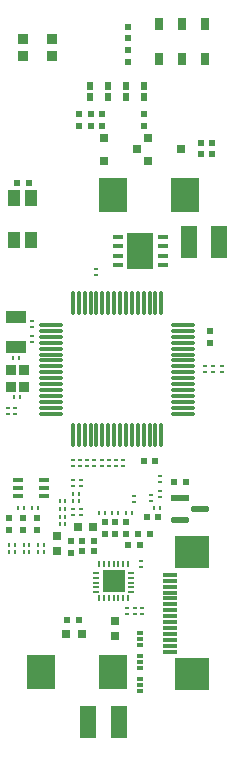
<source format=gbr>
%FSTAX26Y26*%
%MOMM*%
%SFA1B1*%

%IPPOS*%
%AMD17*
4,1,8,-0.236220,0.050800,-0.236220,-0.050800,-0.185420,-0.099060,0.185420,-0.099060,0.236220,-0.050800,0.236220,0.050800,0.185420,0.099060,-0.185420,0.099060,-0.236220,0.050800,0.0*
1,1,0.100000,-0.185420,0.050800*
1,1,0.100000,-0.185420,-0.050800*
1,1,0.100000,0.185420,-0.050800*
1,1,0.100000,0.185420,0.050800*
%
%AMD18*
4,1,8,-0.050800,-0.236220,0.050800,-0.236220,0.099060,-0.185420,0.099060,0.185420,0.050800,0.236220,-0.050800,0.236220,-0.099060,0.185420,-0.099060,-0.185420,-0.050800,-0.236220,0.0*
1,1,0.100000,-0.050800,-0.185420*
1,1,0.100000,0.050800,-0.185420*
1,1,0.100000,0.050800,0.185420*
1,1,0.100000,-0.050800,0.185420*
%
%AMD35*
4,1,8,0.500380,0.287020,-0.500380,0.287020,-0.787400,0.000000,-0.787400,0.000000,-0.500380,-0.287020,0.500380,-0.287020,0.787400,0.000000,0.787400,0.000000,0.500380,0.287020,0.0*
1,1,0.572120,0.500380,0.000000*
1,1,0.572120,-0.500380,0.000000*
1,1,0.572120,-0.500380,0.000000*
1,1,0.572120,0.500380,0.000000*
%
%ADD10R,0.949998X0.349999*%
%ADD11R,2.299995X3.099994*%
%ADD12R,1.049998X1.399997*%
%ADD13R,0.874998X0.899998*%
%ADD14R,0.599999X0.374999*%
%ADD15R,0.599999X0.376999*%
%ADD16R,0.799998X0.769998*%
G04~CAMADD=17~8~0.0~0.0~78.7~185.0~19.7~0.0~15~0.0~0.0~0.0~0.0~0~0.0~0.0~0.0~0.0~0~0.0~0.0~0.0~90.0~186.0~79.0*
%ADD17D17*%
G04~CAMADD=18~8~0.0~0.0~78.7~185.0~19.7~0.0~15~0.0~0.0~0.0~0.0~0~0.0~0.0~0.0~0.0~0~0.0~0.0~0.0~180.0~80.0~186.0*
%ADD18D18*%
%ADD19R,1.899996X1.899996*%
%ADD20R,0.799998X0.649999*%
%ADD21R,0.649999X0.799998*%
%ADD22R,0.499999X0.499999*%
%ADD23R,0.499999X0.499999*%
%ADD24R,0.299999X0.250000*%
%ADD25R,0.250000X0.299999*%
%ADD26R,2.399995X2.899994*%
%ADD27R,1.399997X2.799994*%
%ADD28O,2.099996X0.299999*%
%ADD29O,0.299999X2.099996*%
%ADD31R,2.999994X2.699995*%
%ADD32R,1.199998X0.299999*%
%ADD33R,1.799996X0.999998*%
%ADD34R,0.849998X0.949998*%
G04~CAMADD=35~8~0.0~0.0~619.6~225.2~112.6~0.0~15~0.0~0.0~0.0~0.0~0~0.0~0.0~0.0~0.0~0~0.0~0.0~0.0~0.0~619.6~225.2*
%ADD35D35*%
%ADD36R,1.573897X0.572129*%
%ADD37R,0.719999X1.079998*%
%ADD38R,0.499999X0.699999*%
%ADD92R,0.849998X0.349999*%
%ADD93R,0.849998X0.349999*%
%LNpcb_paste_top-1*%
%LPD*%
G54D10*
X136652Y42405579D03*
Y43205577D03*
Y44005576D03*
Y448056D03*
X09865182D03*
Y44005576D03*
Y43205577D03*
Y42405579D03*
G54D11*
X11765178Y43605577D03*
G54D12*
X02553792Y44504178D03*
Y48104196D03*
X01103782D03*
Y44504178D03*
G54D13*
X04285488Y60132976D03*
Y61532998D03*
X01810486D03*
Y60132976D03*
G54D14*
X11726595Y06858D03*
Y07366D03*
X1172657Y087884D03*
Y092964D03*
X11726595Y107188D03*
Y112268D03*
G54D15*
X11726595Y0635D03*
X1172657Y082804D03*
X11726595Y102108D03*
G54D16*
X12447574Y51236981D03*
Y53156993D03*
X11453799Y52197D03*
X08713774Y53156993D03*
Y51236981D03*
X15187599Y52197D03*
G54D17*
X08034578Y14724608D03*
Y15124607D03*
Y15524581D03*
Y1592458D03*
Y1632458D03*
X10964595D03*
Y1592458D03*
Y15524581D03*
Y15124607D03*
Y14724608D03*
G54D18*
X08299577Y14189583D03*
X08699576D03*
X09099575D03*
X094996D03*
X09899599D03*
X10299598D03*
X10699597D03*
Y171196D03*
X10299598D03*
X09899599D03*
X094996D03*
X09099575D03*
X08699576D03*
X08299577D03*
G54D19*
X094996Y15654578D03*
G54D20*
X096012Y10983188D03*
Y12283186D03*
X04724374Y18165394D03*
Y19465391D03*
G54D21*
X05496788Y112014D03*
X06796786D03*
X07751597Y20226578D03*
X064516D03*
G54D22*
X05545175Y123698D03*
X06545199D03*
X10752175Y18742177D03*
X11752199D03*
X12615799Y196596D03*
X13301599Y211074D03*
X15638399Y24003D03*
X13047599Y258064D03*
X14638375Y24003D03*
X12047575Y258064D03*
X07840599Y19083578D03*
Y18194578D03*
X11615775Y196596D03*
X12301575Y211074D03*
X06840601Y19083578D03*
X06840575Y18194578D03*
X02328799Y493776D03*
X01328775D03*
X16873575Y518414D03*
X17873599D03*
Y527304D03*
X16873575D03*
G54D23*
X05867374Y18059196D03*
X08763Y19621779D03*
X09651974Y19613778D03*
Y20613776D03*
X08763Y20621777D03*
X10541Y20613776D03*
Y19613778D03*
X05867374Y19059169D03*
X03048Y19997801D03*
Y20997799D03*
X01854174Y20997773D03*
Y19997775D03*
X006604D03*
Y20997799D03*
X176784Y35847375D03*
Y36847399D03*
X12065Y54160775D03*
Y55160799D03*
X10726978Y59641181D03*
Y60641179D03*
Y61596981D03*
Y62596979D03*
X06604Y55160799D03*
Y54160775D03*
X075692D03*
X085344D03*
Y55160799D03*
X075692D03*
G54D24*
X106172Y12830987D03*
Y13330986D03*
X112776D03*
Y12830987D03*
X119126D03*
Y13330986D03*
X11835155Y16824401D03*
Y173244D03*
X127Y22457587D03*
Y22957586D03*
X134366Y22762387D03*
Y23262386D03*
Y24032387D03*
Y24532386D03*
X103124Y254254D03*
Y25925399D03*
X112014Y22855986D03*
Y22355987D03*
X097028Y25429387D03*
Y25929386D03*
X090932Y25925399D03*
Y254254D03*
X084836D03*
Y25925399D03*
X07874D03*
Y254254D03*
X072644D03*
Y25925399D03*
X066548D03*
Y254254D03*
X060452D03*
Y25925399D03*
X060706Y24176786D03*
X067056D03*
Y23676787D03*
X060706D03*
Y21738386D03*
X067056D03*
Y21238387D03*
X060706D03*
X011938Y297942D03*
Y30294199D03*
X005588D03*
Y297942D03*
X025654Y35894187D03*
Y36394186D03*
Y37138787D03*
Y37638786D03*
X080518Y41583787D03*
Y42083786D03*
X17272Y33824799D03*
Y33324799D03*
X179578D03*
Y33824799D03*
X186436D03*
Y33324799D03*
G54D25*
X03077387Y181102D03*
X03577386D03*
Y187452D03*
X03077387D03*
X05431586Y20447D03*
Y21082D03*
X08258987Y21394978D03*
X08758986D03*
X09401987D03*
X09901986D03*
X10544987Y213868D03*
X11044986D03*
X12932587Y21844D03*
X13432586D03*
X06574586Y224028D03*
X06074587D03*
Y230378D03*
X06574586D03*
X05431586Y224028D03*
Y21717D03*
X04931587D03*
Y224028D03*
X03065399Y218186D03*
X025654D03*
X04931587Y21082D03*
Y20447D03*
X01926386Y218186D03*
X01426387D03*
X01189786Y187452D03*
X00689787D03*
Y181102D03*
X01189786D03*
X01883587D03*
X02383586D03*
Y187452D03*
X01883587D03*
X01602359Y31201715D03*
X0110236D03*
X01019987Y345186D03*
X01519986D03*
G54D26*
X03325393Y079502D03*
X09425381D03*
X15521381Y483108D03*
X09421393D03*
G54D27*
X07335977Y03683D03*
X09935997D03*
X18470397Y443484D03*
X15870377D03*
G54D28*
X1540482Y29827296D03*
Y30327295D03*
Y30827294D03*
Y31327293D03*
Y31827292D03*
Y32327291D03*
Y3282729D03*
Y33327314D03*
Y33827288D03*
Y34327287D03*
Y34827286D03*
Y35327285D03*
Y35827309D03*
Y36327308D03*
Y36827307D03*
Y37327281D03*
X04204817Y37327306D03*
Y36827307D03*
Y36327308D03*
Y35827309D03*
Y35327285D03*
Y34827286D03*
Y34327287D03*
Y33827288D03*
Y33327289D03*
Y3282729D03*
Y32327291D03*
Y31827292D03*
Y31327293D03*
Y30827294D03*
Y30327295D03*
Y29827296D03*
G54D29*
X13054838Y27977287D03*
X13554837D03*
X12554839D03*
X1205484D03*
X11554841D03*
X11054816D03*
X10554817D03*
X10054818D03*
X09554845Y27977312D03*
X0905482Y27977287D03*
X08554821D03*
X08054822D03*
X07554823D03*
X07054824D03*
X06554825D03*
X06054826D03*
X13054838Y3917729D03*
X13554837D03*
X12554839D03*
X1205484D03*
X11554815D03*
X11054816D03*
X10554817D03*
X10054818D03*
X09554819D03*
X0905482D03*
X08554821D03*
X08054822D03*
X07554823D03*
X07054824D03*
X06554825D03*
X06054826D03*
G54D31*
X16165576Y077486D03*
Y18108599D03*
G54D32*
X14305584Y09678593D03*
Y10178592D03*
Y10678591D03*
Y1117859D03*
Y11678589D03*
Y12178588D03*
Y12678587D03*
Y13178586D03*
Y13678585D03*
Y14178584D03*
Y14678583D03*
Y15178608D03*
Y15678581D03*
Y16178606D03*
G54D33*
X0127Y35478389D03*
Y37978384D03*
G54D34*
X00785545Y32077431D03*
X0193553D03*
Y33527441D03*
X00785545D03*
G54D35*
X15091232Y20792389D03*
X16861942Y217424D03*
G54D36*
X15091232Y22692385D03*
G54D37*
X15273578Y59854998D03*
X17233595D03*
Y62814987D03*
X15273578D03*
X13313587D03*
Y59854998D03*
G54D38*
X10541Y56649188D03*
X12065025Y56641974D03*
Y57541972D03*
X10541Y57549186D03*
X090424D03*
X07543825Y57567372D03*
Y56667349D03*
X090424Y56649188D03*
G54D92*
X03614597Y22895788D03*
Y24195786D03*
X01414576D03*
Y22895788D03*
G54D93*
X03614597Y235458D03*
X01414576D03*
M02*
</source>
